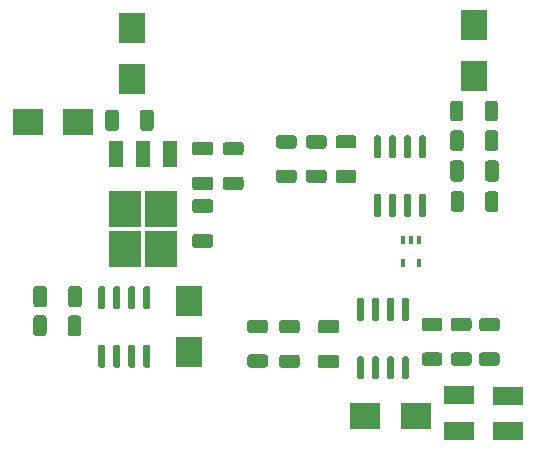
<source format=gbr>
G04 #@! TF.GenerationSoftware,KiCad,Pcbnew,(5.1.8)-1*
G04 #@! TF.CreationDate,2021-04-25T20:11:44+02:00*
G04 #@! TF.ProjectId,FSG_Reference,4653475f-5265-4666-9572-656e63652e6b,rev?*
G04 #@! TF.SameCoordinates,Original*
G04 #@! TF.FileFunction,Paste,Top*
G04 #@! TF.FilePolarity,Positive*
%FSLAX46Y46*%
G04 Gerber Fmt 4.6, Leading zero omitted, Abs format (unit mm)*
G04 Created by KiCad (PCBNEW (5.1.8)-1) date 2021-04-25 20:11:44*
%MOMM*%
%LPD*%
G01*
G04 APERTURE LIST*
%ADD10R,0.400000X0.650000*%
%ADD11R,2.600000X1.500000*%
%ADD12R,2.750000X3.050000*%
%ADD13R,1.200000X2.200000*%
%ADD14R,2.500000X2.300000*%
%ADD15R,2.300000X2.500000*%
G04 APERTURE END LIST*
D10*
X98465400Y-161605000D03*
X97165400Y-161605000D03*
X97815400Y-159705000D03*
X97165400Y-159705000D03*
X98465400Y-159705000D03*
D11*
X106045000Y-175895000D03*
X106045000Y-172895000D03*
X101854000Y-175847000D03*
X101854000Y-172847000D03*
D12*
X73607200Y-157076400D03*
X76657200Y-160426400D03*
X76657200Y-157076400D03*
X73607200Y-160426400D03*
D13*
X72852200Y-152451400D03*
X75132200Y-152451400D03*
X77412200Y-152451400D03*
G36*
G01*
X91678599Y-153742500D02*
X92928601Y-153742500D01*
G75*
G02*
X93178600Y-153992499I0J-249999D01*
G01*
X93178600Y-154617501D01*
G75*
G02*
X92928601Y-154867500I-249999J0D01*
G01*
X91678599Y-154867500D01*
G75*
G02*
X91428600Y-154617501I0J249999D01*
G01*
X91428600Y-153992499D01*
G75*
G02*
X91678599Y-153742500I249999J0D01*
G01*
G37*
G36*
G01*
X91678599Y-150817500D02*
X92928601Y-150817500D01*
G75*
G02*
X93178600Y-151067499I0J-249999D01*
G01*
X93178600Y-151692501D01*
G75*
G02*
X92928601Y-151942500I-249999J0D01*
G01*
X91678599Y-151942500D01*
G75*
G02*
X91428600Y-151692501I0J249999D01*
G01*
X91428600Y-151067499D01*
G75*
G02*
X91678599Y-150817500I249999J0D01*
G01*
G37*
G36*
G01*
X80812401Y-152517800D02*
X79512399Y-152517800D01*
G75*
G02*
X79262400Y-152267801I0J249999D01*
G01*
X79262400Y-151617799D01*
G75*
G02*
X79512399Y-151367800I249999J0D01*
G01*
X80812401Y-151367800D01*
G75*
G02*
X81062400Y-151617799I0J-249999D01*
G01*
X81062400Y-152267801D01*
G75*
G02*
X80812401Y-152517800I-249999J0D01*
G01*
G37*
G36*
G01*
X80812401Y-155467800D02*
X79512399Y-155467800D01*
G75*
G02*
X79262400Y-155217801I0J249999D01*
G01*
X79262400Y-154567799D01*
G75*
G02*
X79512399Y-154317800I249999J0D01*
G01*
X80812401Y-154317800D01*
G75*
G02*
X81062400Y-154567799I0J-249999D01*
G01*
X81062400Y-155217801D01*
G75*
G02*
X80812401Y-155467800I-249999J0D01*
G01*
G37*
G36*
G01*
X79512399Y-159191000D02*
X80812401Y-159191000D01*
G75*
G02*
X81062400Y-159440999I0J-249999D01*
G01*
X81062400Y-160091001D01*
G75*
G02*
X80812401Y-160341000I-249999J0D01*
G01*
X79512399Y-160341000D01*
G75*
G02*
X79262400Y-160091001I0J249999D01*
G01*
X79262400Y-159440999D01*
G75*
G02*
X79512399Y-159191000I249999J0D01*
G01*
G37*
G36*
G01*
X79512399Y-156241000D02*
X80812401Y-156241000D01*
G75*
G02*
X81062400Y-156490999I0J-249999D01*
G01*
X81062400Y-157141001D01*
G75*
G02*
X80812401Y-157391000I-249999J0D01*
G01*
X79512399Y-157391000D01*
G75*
G02*
X79262400Y-157141001I0J249999D01*
G01*
X79262400Y-156490999D01*
G75*
G02*
X79512399Y-156241000I249999J0D01*
G01*
G37*
G36*
G01*
X103819799Y-169215100D02*
X105069801Y-169215100D01*
G75*
G02*
X105319800Y-169465099I0J-249999D01*
G01*
X105319800Y-170090101D01*
G75*
G02*
X105069801Y-170340100I-249999J0D01*
G01*
X103819799Y-170340100D01*
G75*
G02*
X103569800Y-170090101I0J249999D01*
G01*
X103569800Y-169465099D01*
G75*
G02*
X103819799Y-169215100I249999J0D01*
G01*
G37*
G36*
G01*
X103819799Y-166290100D02*
X105069801Y-166290100D01*
G75*
G02*
X105319800Y-166540099I0J-249999D01*
G01*
X105319800Y-167165101D01*
G75*
G02*
X105069801Y-167415100I-249999J0D01*
G01*
X103819799Y-167415100D01*
G75*
G02*
X103569800Y-167165101I0J249999D01*
G01*
X103569800Y-166540099D01*
G75*
G02*
X103819799Y-166290100I249999J0D01*
G01*
G37*
G36*
G01*
X102285500Y-155813599D02*
X102285500Y-157063601D01*
G75*
G02*
X102035501Y-157313600I-249999J0D01*
G01*
X101410499Y-157313600D01*
G75*
G02*
X101160500Y-157063601I0J249999D01*
G01*
X101160500Y-155813599D01*
G75*
G02*
X101410499Y-155563600I249999J0D01*
G01*
X102035501Y-155563600D01*
G75*
G02*
X102285500Y-155813599I0J-249999D01*
G01*
G37*
G36*
G01*
X105210500Y-155813599D02*
X105210500Y-157063601D01*
G75*
G02*
X104960501Y-157313600I-249999J0D01*
G01*
X104335499Y-157313600D01*
G75*
G02*
X104085500Y-157063601I0J249999D01*
G01*
X104085500Y-155813599D01*
G75*
G02*
X104335499Y-155563600I249999J0D01*
G01*
X104960501Y-155563600D01*
G75*
G02*
X105210500Y-155813599I0J-249999D01*
G01*
G37*
G36*
G01*
X104060100Y-151907401D02*
X104060100Y-150657399D01*
G75*
G02*
X104310099Y-150407400I249999J0D01*
G01*
X104935101Y-150407400D01*
G75*
G02*
X105185100Y-150657399I0J-249999D01*
G01*
X105185100Y-151907401D01*
G75*
G02*
X104935101Y-152157400I-249999J0D01*
G01*
X104310099Y-152157400D01*
G75*
G02*
X104060100Y-151907401I0J249999D01*
G01*
G37*
G36*
G01*
X101135100Y-151907401D02*
X101135100Y-150657399D01*
G75*
G02*
X101385099Y-150407400I249999J0D01*
G01*
X102010101Y-150407400D01*
G75*
G02*
X102260100Y-150657399I0J-249999D01*
G01*
X102260100Y-151907401D01*
G75*
G02*
X102010101Y-152157400I-249999J0D01*
G01*
X101385099Y-152157400D01*
G75*
G02*
X101135100Y-151907401I0J249999D01*
G01*
G37*
G36*
G01*
X102238700Y-148142799D02*
X102238700Y-149392801D01*
G75*
G02*
X101988701Y-149642800I-249999J0D01*
G01*
X101363699Y-149642800D01*
G75*
G02*
X101113700Y-149392801I0J249999D01*
G01*
X101113700Y-148142799D01*
G75*
G02*
X101363699Y-147892800I249999J0D01*
G01*
X101988701Y-147892800D01*
G75*
G02*
X102238700Y-148142799I0J-249999D01*
G01*
G37*
G36*
G01*
X105163700Y-148142799D02*
X105163700Y-149392801D01*
G75*
G02*
X104913701Y-149642800I-249999J0D01*
G01*
X104288699Y-149642800D01*
G75*
G02*
X104038700Y-149392801I0J249999D01*
G01*
X104038700Y-148142799D01*
G75*
G02*
X104288699Y-147892800I249999J0D01*
G01*
X104913701Y-147892800D01*
G75*
G02*
X105163700Y-148142799I0J-249999D01*
G01*
G37*
G36*
G01*
X68754100Y-167579201D02*
X68754100Y-166329199D01*
G75*
G02*
X69004099Y-166079200I249999J0D01*
G01*
X69629101Y-166079200D01*
G75*
G02*
X69879100Y-166329199I0J-249999D01*
G01*
X69879100Y-167579201D01*
G75*
G02*
X69629101Y-167829200I-249999J0D01*
G01*
X69004099Y-167829200D01*
G75*
G02*
X68754100Y-167579201I0J249999D01*
G01*
G37*
G36*
G01*
X65829100Y-167579201D02*
X65829100Y-166329199D01*
G75*
G02*
X66079099Y-166079200I249999J0D01*
G01*
X66704101Y-166079200D01*
G75*
G02*
X66954100Y-166329199I0J-249999D01*
G01*
X66954100Y-167579201D01*
G75*
G02*
X66704101Y-167829200I-249999J0D01*
G01*
X66079099Y-167829200D01*
G75*
G02*
X65829100Y-167579201I0J249999D01*
G01*
G37*
G36*
G01*
X86903399Y-169392900D02*
X88153401Y-169392900D01*
G75*
G02*
X88403400Y-169642899I0J-249999D01*
G01*
X88403400Y-170267901D01*
G75*
G02*
X88153401Y-170517900I-249999J0D01*
G01*
X86903399Y-170517900D01*
G75*
G02*
X86653400Y-170267901I0J249999D01*
G01*
X86653400Y-169642899D01*
G75*
G02*
X86903399Y-169392900I249999J0D01*
G01*
G37*
G36*
G01*
X86903399Y-166467900D02*
X88153401Y-166467900D01*
G75*
G02*
X88403400Y-166717899I0J-249999D01*
G01*
X88403400Y-167342901D01*
G75*
G02*
X88153401Y-167592900I-249999J0D01*
G01*
X86903399Y-167592900D01*
G75*
G02*
X86653400Y-167342901I0J249999D01*
G01*
X86653400Y-166717899D01*
G75*
G02*
X86903399Y-166467900I249999J0D01*
G01*
G37*
G36*
G01*
X85448301Y-167576300D02*
X84198299Y-167576300D01*
G75*
G02*
X83948300Y-167326301I0J249999D01*
G01*
X83948300Y-166701299D01*
G75*
G02*
X84198299Y-166451300I249999J0D01*
G01*
X85448301Y-166451300D01*
G75*
G02*
X85698300Y-166701299I0J-249999D01*
G01*
X85698300Y-167326301D01*
G75*
G02*
X85448301Y-167576300I-249999J0D01*
G01*
G37*
G36*
G01*
X85448301Y-170501300D02*
X84198299Y-170501300D01*
G75*
G02*
X83948300Y-170251301I0J249999D01*
G01*
X83948300Y-169626299D01*
G75*
G02*
X84198299Y-169376300I249999J0D01*
G01*
X85448301Y-169376300D01*
G75*
G02*
X85698300Y-169626299I0J-249999D01*
G01*
X85698300Y-170251301D01*
G75*
G02*
X85448301Y-170501300I-249999J0D01*
G01*
G37*
G36*
G01*
X90414001Y-151946500D02*
X89163999Y-151946500D01*
G75*
G02*
X88914000Y-151696501I0J249999D01*
G01*
X88914000Y-151071499D01*
G75*
G02*
X89163999Y-150821500I249999J0D01*
G01*
X90414001Y-150821500D01*
G75*
G02*
X90664000Y-151071499I0J-249999D01*
G01*
X90664000Y-151696501D01*
G75*
G02*
X90414001Y-151946500I-249999J0D01*
G01*
G37*
G36*
G01*
X90414001Y-154871500D02*
X89163999Y-154871500D01*
G75*
G02*
X88914000Y-154621501I0J249999D01*
G01*
X88914000Y-153996499D01*
G75*
G02*
X89163999Y-153746500I249999J0D01*
G01*
X90414001Y-153746500D01*
G75*
G02*
X90664000Y-153996499I0J-249999D01*
G01*
X90664000Y-154621501D01*
G75*
G02*
X90414001Y-154871500I-249999J0D01*
G01*
G37*
G36*
G01*
X87874001Y-151946500D02*
X86623999Y-151946500D01*
G75*
G02*
X86374000Y-151696501I0J249999D01*
G01*
X86374000Y-151071499D01*
G75*
G02*
X86623999Y-150821500I249999J0D01*
G01*
X87874001Y-150821500D01*
G75*
G02*
X88124000Y-151071499I0J-249999D01*
G01*
X88124000Y-151696501D01*
G75*
G02*
X87874001Y-151946500I-249999J0D01*
G01*
G37*
G36*
G01*
X87874001Y-154871500D02*
X86623999Y-154871500D01*
G75*
G02*
X86374000Y-154621501I0J249999D01*
G01*
X86374000Y-153996499D01*
G75*
G02*
X86623999Y-153746500I249999J0D01*
G01*
X87874001Y-153746500D01*
G75*
G02*
X88124000Y-153996499I0J-249999D01*
G01*
X88124000Y-154621501D01*
G75*
G02*
X87874001Y-154871500I-249999J0D01*
G01*
G37*
G36*
G01*
X74863000Y-150205201D02*
X74863000Y-148905199D01*
G75*
G02*
X75112999Y-148655200I249999J0D01*
G01*
X75763001Y-148655200D01*
G75*
G02*
X76013000Y-148905199I0J-249999D01*
G01*
X76013000Y-150205201D01*
G75*
G02*
X75763001Y-150455200I-249999J0D01*
G01*
X75112999Y-150455200D01*
G75*
G02*
X74863000Y-150205201I0J249999D01*
G01*
G37*
G36*
G01*
X71913000Y-150205201D02*
X71913000Y-148905199D01*
G75*
G02*
X72162999Y-148655200I249999J0D01*
G01*
X72813001Y-148655200D01*
G75*
G02*
X73063000Y-148905199I0J-249999D01*
G01*
X73063000Y-150205201D01*
G75*
G02*
X72813001Y-150455200I-249999J0D01*
G01*
X72162999Y-150455200D01*
G75*
G02*
X71913000Y-150205201I0J249999D01*
G01*
G37*
G36*
G01*
X104073000Y-154497801D02*
X104073000Y-153197799D01*
G75*
G02*
X104322999Y-152947800I249999J0D01*
G01*
X104973001Y-152947800D01*
G75*
G02*
X105223000Y-153197799I0J-249999D01*
G01*
X105223000Y-154497801D01*
G75*
G02*
X104973001Y-154747800I-249999J0D01*
G01*
X104322999Y-154747800D01*
G75*
G02*
X104073000Y-154497801I0J249999D01*
G01*
G37*
G36*
G01*
X101123000Y-154497801D02*
X101123000Y-153197799D01*
G75*
G02*
X101372999Y-152947800I249999J0D01*
G01*
X102023001Y-152947800D01*
G75*
G02*
X102273000Y-153197799I0J-249999D01*
G01*
X102273000Y-154497801D01*
G75*
G02*
X102023001Y-154747800I-249999J0D01*
G01*
X101372999Y-154747800D01*
G75*
G02*
X101123000Y-154497801I0J249999D01*
G01*
G37*
G36*
G01*
X66992400Y-163840399D02*
X66992400Y-165140401D01*
G75*
G02*
X66742401Y-165390400I-249999J0D01*
G01*
X66092399Y-165390400D01*
G75*
G02*
X65842400Y-165140401I0J249999D01*
G01*
X65842400Y-163840399D01*
G75*
G02*
X66092399Y-163590400I249999J0D01*
G01*
X66742401Y-163590400D01*
G75*
G02*
X66992400Y-163840399I0J-249999D01*
G01*
G37*
G36*
G01*
X69942400Y-163840399D02*
X69942400Y-165140401D01*
G75*
G02*
X69692401Y-165390400I-249999J0D01*
G01*
X69042399Y-165390400D01*
G75*
G02*
X68792400Y-165140401I0J249999D01*
G01*
X68792400Y-163840399D01*
G75*
G02*
X69042399Y-163590400I249999J0D01*
G01*
X69692401Y-163590400D01*
G75*
G02*
X69942400Y-163840399I0J-249999D01*
G01*
G37*
G36*
G01*
X90180399Y-169401800D02*
X91480401Y-169401800D01*
G75*
G02*
X91730400Y-169651799I0J-249999D01*
G01*
X91730400Y-170301801D01*
G75*
G02*
X91480401Y-170551800I-249999J0D01*
G01*
X90180399Y-170551800D01*
G75*
G02*
X89930400Y-170301801I0J249999D01*
G01*
X89930400Y-169651799D01*
G75*
G02*
X90180399Y-169401800I249999J0D01*
G01*
G37*
G36*
G01*
X90180399Y-166451800D02*
X91480401Y-166451800D01*
G75*
G02*
X91730400Y-166701799I0J-249999D01*
G01*
X91730400Y-167351801D01*
G75*
G02*
X91480401Y-167601800I-249999J0D01*
G01*
X90180399Y-167601800D01*
G75*
G02*
X89930400Y-167351801I0J249999D01*
G01*
X89930400Y-166701799D01*
G75*
G02*
X90180399Y-166451800I249999J0D01*
G01*
G37*
G36*
G01*
X98630600Y-155779600D02*
X98930600Y-155779600D01*
G75*
G02*
X99080600Y-155929600I0J-150000D01*
G01*
X99080600Y-157579600D01*
G75*
G02*
X98930600Y-157729600I-150000J0D01*
G01*
X98630600Y-157729600D01*
G75*
G02*
X98480600Y-157579600I0J150000D01*
G01*
X98480600Y-155929600D01*
G75*
G02*
X98630600Y-155779600I150000J0D01*
G01*
G37*
G36*
G01*
X97360600Y-155779600D02*
X97660600Y-155779600D01*
G75*
G02*
X97810600Y-155929600I0J-150000D01*
G01*
X97810600Y-157579600D01*
G75*
G02*
X97660600Y-157729600I-150000J0D01*
G01*
X97360600Y-157729600D01*
G75*
G02*
X97210600Y-157579600I0J150000D01*
G01*
X97210600Y-155929600D01*
G75*
G02*
X97360600Y-155779600I150000J0D01*
G01*
G37*
G36*
G01*
X96090600Y-155779600D02*
X96390600Y-155779600D01*
G75*
G02*
X96540600Y-155929600I0J-150000D01*
G01*
X96540600Y-157579600D01*
G75*
G02*
X96390600Y-157729600I-150000J0D01*
G01*
X96090600Y-157729600D01*
G75*
G02*
X95940600Y-157579600I0J150000D01*
G01*
X95940600Y-155929600D01*
G75*
G02*
X96090600Y-155779600I150000J0D01*
G01*
G37*
G36*
G01*
X94820600Y-155779600D02*
X95120600Y-155779600D01*
G75*
G02*
X95270600Y-155929600I0J-150000D01*
G01*
X95270600Y-157579600D01*
G75*
G02*
X95120600Y-157729600I-150000J0D01*
G01*
X94820600Y-157729600D01*
G75*
G02*
X94670600Y-157579600I0J150000D01*
G01*
X94670600Y-155929600D01*
G75*
G02*
X94820600Y-155779600I150000J0D01*
G01*
G37*
G36*
G01*
X94820600Y-150829600D02*
X95120600Y-150829600D01*
G75*
G02*
X95270600Y-150979600I0J-150000D01*
G01*
X95270600Y-152629600D01*
G75*
G02*
X95120600Y-152779600I-150000J0D01*
G01*
X94820600Y-152779600D01*
G75*
G02*
X94670600Y-152629600I0J150000D01*
G01*
X94670600Y-150979600D01*
G75*
G02*
X94820600Y-150829600I150000J0D01*
G01*
G37*
G36*
G01*
X96090600Y-150829600D02*
X96390600Y-150829600D01*
G75*
G02*
X96540600Y-150979600I0J-150000D01*
G01*
X96540600Y-152629600D01*
G75*
G02*
X96390600Y-152779600I-150000J0D01*
G01*
X96090600Y-152779600D01*
G75*
G02*
X95940600Y-152629600I0J150000D01*
G01*
X95940600Y-150979600D01*
G75*
G02*
X96090600Y-150829600I150000J0D01*
G01*
G37*
G36*
G01*
X97360600Y-150829600D02*
X97660600Y-150829600D01*
G75*
G02*
X97810600Y-150979600I0J-150000D01*
G01*
X97810600Y-152629600D01*
G75*
G02*
X97660600Y-152779600I-150000J0D01*
G01*
X97360600Y-152779600D01*
G75*
G02*
X97210600Y-152629600I0J150000D01*
G01*
X97210600Y-150979600D01*
G75*
G02*
X97360600Y-150829600I150000J0D01*
G01*
G37*
G36*
G01*
X98630600Y-150829600D02*
X98930600Y-150829600D01*
G75*
G02*
X99080600Y-150979600I0J-150000D01*
G01*
X99080600Y-152629600D01*
G75*
G02*
X98930600Y-152779600I-150000J0D01*
G01*
X98630600Y-152779600D01*
G75*
G02*
X98480600Y-152629600I0J150000D01*
G01*
X98480600Y-150979600D01*
G75*
G02*
X98630600Y-150829600I150000J0D01*
G01*
G37*
G36*
G01*
X71778000Y-165567000D02*
X71478000Y-165567000D01*
G75*
G02*
X71328000Y-165417000I0J150000D01*
G01*
X71328000Y-163767000D01*
G75*
G02*
X71478000Y-163617000I150000J0D01*
G01*
X71778000Y-163617000D01*
G75*
G02*
X71928000Y-163767000I0J-150000D01*
G01*
X71928000Y-165417000D01*
G75*
G02*
X71778000Y-165567000I-150000J0D01*
G01*
G37*
G36*
G01*
X73048000Y-165567000D02*
X72748000Y-165567000D01*
G75*
G02*
X72598000Y-165417000I0J150000D01*
G01*
X72598000Y-163767000D01*
G75*
G02*
X72748000Y-163617000I150000J0D01*
G01*
X73048000Y-163617000D01*
G75*
G02*
X73198000Y-163767000I0J-150000D01*
G01*
X73198000Y-165417000D01*
G75*
G02*
X73048000Y-165567000I-150000J0D01*
G01*
G37*
G36*
G01*
X74318000Y-165567000D02*
X74018000Y-165567000D01*
G75*
G02*
X73868000Y-165417000I0J150000D01*
G01*
X73868000Y-163767000D01*
G75*
G02*
X74018000Y-163617000I150000J0D01*
G01*
X74318000Y-163617000D01*
G75*
G02*
X74468000Y-163767000I0J-150000D01*
G01*
X74468000Y-165417000D01*
G75*
G02*
X74318000Y-165567000I-150000J0D01*
G01*
G37*
G36*
G01*
X75588000Y-165567000D02*
X75288000Y-165567000D01*
G75*
G02*
X75138000Y-165417000I0J150000D01*
G01*
X75138000Y-163767000D01*
G75*
G02*
X75288000Y-163617000I150000J0D01*
G01*
X75588000Y-163617000D01*
G75*
G02*
X75738000Y-163767000I0J-150000D01*
G01*
X75738000Y-165417000D01*
G75*
G02*
X75588000Y-165567000I-150000J0D01*
G01*
G37*
G36*
G01*
X75588000Y-170517000D02*
X75288000Y-170517000D01*
G75*
G02*
X75138000Y-170367000I0J150000D01*
G01*
X75138000Y-168717000D01*
G75*
G02*
X75288000Y-168567000I150000J0D01*
G01*
X75588000Y-168567000D01*
G75*
G02*
X75738000Y-168717000I0J-150000D01*
G01*
X75738000Y-170367000D01*
G75*
G02*
X75588000Y-170517000I-150000J0D01*
G01*
G37*
G36*
G01*
X74318000Y-170517000D02*
X74018000Y-170517000D01*
G75*
G02*
X73868000Y-170367000I0J150000D01*
G01*
X73868000Y-168717000D01*
G75*
G02*
X74018000Y-168567000I150000J0D01*
G01*
X74318000Y-168567000D01*
G75*
G02*
X74468000Y-168717000I0J-150000D01*
G01*
X74468000Y-170367000D01*
G75*
G02*
X74318000Y-170517000I-150000J0D01*
G01*
G37*
G36*
G01*
X73048000Y-170517000D02*
X72748000Y-170517000D01*
G75*
G02*
X72598000Y-170367000I0J150000D01*
G01*
X72598000Y-168717000D01*
G75*
G02*
X72748000Y-168567000I150000J0D01*
G01*
X73048000Y-168567000D01*
G75*
G02*
X73198000Y-168717000I0J-150000D01*
G01*
X73198000Y-170367000D01*
G75*
G02*
X73048000Y-170517000I-150000J0D01*
G01*
G37*
G36*
G01*
X71778000Y-170517000D02*
X71478000Y-170517000D01*
G75*
G02*
X71328000Y-170367000I0J150000D01*
G01*
X71328000Y-168717000D01*
G75*
G02*
X71478000Y-168567000I150000J0D01*
G01*
X71778000Y-168567000D01*
G75*
G02*
X71928000Y-168717000I0J-150000D01*
G01*
X71928000Y-170367000D01*
G75*
G02*
X71778000Y-170517000I-150000J0D01*
G01*
G37*
G36*
G01*
X93672800Y-166546400D02*
X93372800Y-166546400D01*
G75*
G02*
X93222800Y-166396400I0J150000D01*
G01*
X93222800Y-164746400D01*
G75*
G02*
X93372800Y-164596400I150000J0D01*
G01*
X93672800Y-164596400D01*
G75*
G02*
X93822800Y-164746400I0J-150000D01*
G01*
X93822800Y-166396400D01*
G75*
G02*
X93672800Y-166546400I-150000J0D01*
G01*
G37*
G36*
G01*
X94942800Y-166546400D02*
X94642800Y-166546400D01*
G75*
G02*
X94492800Y-166396400I0J150000D01*
G01*
X94492800Y-164746400D01*
G75*
G02*
X94642800Y-164596400I150000J0D01*
G01*
X94942800Y-164596400D01*
G75*
G02*
X95092800Y-164746400I0J-150000D01*
G01*
X95092800Y-166396400D01*
G75*
G02*
X94942800Y-166546400I-150000J0D01*
G01*
G37*
G36*
G01*
X96212800Y-166546400D02*
X95912800Y-166546400D01*
G75*
G02*
X95762800Y-166396400I0J150000D01*
G01*
X95762800Y-164746400D01*
G75*
G02*
X95912800Y-164596400I150000J0D01*
G01*
X96212800Y-164596400D01*
G75*
G02*
X96362800Y-164746400I0J-150000D01*
G01*
X96362800Y-166396400D01*
G75*
G02*
X96212800Y-166546400I-150000J0D01*
G01*
G37*
G36*
G01*
X97482800Y-166546400D02*
X97182800Y-166546400D01*
G75*
G02*
X97032800Y-166396400I0J150000D01*
G01*
X97032800Y-164746400D01*
G75*
G02*
X97182800Y-164596400I150000J0D01*
G01*
X97482800Y-164596400D01*
G75*
G02*
X97632800Y-164746400I0J-150000D01*
G01*
X97632800Y-166396400D01*
G75*
G02*
X97482800Y-166546400I-150000J0D01*
G01*
G37*
G36*
G01*
X97482800Y-171496400D02*
X97182800Y-171496400D01*
G75*
G02*
X97032800Y-171346400I0J150000D01*
G01*
X97032800Y-169696400D01*
G75*
G02*
X97182800Y-169546400I150000J0D01*
G01*
X97482800Y-169546400D01*
G75*
G02*
X97632800Y-169696400I0J-150000D01*
G01*
X97632800Y-171346400D01*
G75*
G02*
X97482800Y-171496400I-150000J0D01*
G01*
G37*
G36*
G01*
X96212800Y-171496400D02*
X95912800Y-171496400D01*
G75*
G02*
X95762800Y-171346400I0J150000D01*
G01*
X95762800Y-169696400D01*
G75*
G02*
X95912800Y-169546400I150000J0D01*
G01*
X96212800Y-169546400D01*
G75*
G02*
X96362800Y-169696400I0J-150000D01*
G01*
X96362800Y-171346400D01*
G75*
G02*
X96212800Y-171496400I-150000J0D01*
G01*
G37*
G36*
G01*
X94942800Y-171496400D02*
X94642800Y-171496400D01*
G75*
G02*
X94492800Y-171346400I0J150000D01*
G01*
X94492800Y-169696400D01*
G75*
G02*
X94642800Y-169546400I150000J0D01*
G01*
X94942800Y-169546400D01*
G75*
G02*
X95092800Y-169696400I0J-150000D01*
G01*
X95092800Y-171346400D01*
G75*
G02*
X94942800Y-171496400I-150000J0D01*
G01*
G37*
G36*
G01*
X93672800Y-171496400D02*
X93372800Y-171496400D01*
G75*
G02*
X93222800Y-171346400I0J150000D01*
G01*
X93222800Y-169696400D01*
G75*
G02*
X93372800Y-169546400I150000J0D01*
G01*
X93672800Y-169546400D01*
G75*
G02*
X93822800Y-169696400I0J-150000D01*
G01*
X93822800Y-171346400D01*
G75*
G02*
X93672800Y-171496400I-150000J0D01*
G01*
G37*
G36*
G01*
X101432199Y-169211100D02*
X102682201Y-169211100D01*
G75*
G02*
X102932200Y-169461099I0J-249999D01*
G01*
X102932200Y-170086101D01*
G75*
G02*
X102682201Y-170336100I-249999J0D01*
G01*
X101432199Y-170336100D01*
G75*
G02*
X101182200Y-170086101I0J249999D01*
G01*
X101182200Y-169461099D01*
G75*
G02*
X101432199Y-169211100I249999J0D01*
G01*
G37*
G36*
G01*
X101432199Y-166286100D02*
X102682201Y-166286100D01*
G75*
G02*
X102932200Y-166536099I0J-249999D01*
G01*
X102932200Y-167161101D01*
G75*
G02*
X102682201Y-167411100I-249999J0D01*
G01*
X101432199Y-167411100D01*
G75*
G02*
X101182200Y-167161101I0J249999D01*
G01*
X101182200Y-166536099D01*
G75*
G02*
X101432199Y-166286100I249999J0D01*
G01*
G37*
G36*
G01*
X98968399Y-169215100D02*
X100218401Y-169215100D01*
G75*
G02*
X100468400Y-169465099I0J-249999D01*
G01*
X100468400Y-170090101D01*
G75*
G02*
X100218401Y-170340100I-249999J0D01*
G01*
X98968399Y-170340100D01*
G75*
G02*
X98718400Y-170090101I0J249999D01*
G01*
X98718400Y-169465099D01*
G75*
G02*
X98968399Y-169215100I249999J0D01*
G01*
G37*
G36*
G01*
X98968399Y-166290100D02*
X100218401Y-166290100D01*
G75*
G02*
X100468400Y-166540099I0J-249999D01*
G01*
X100468400Y-167165101D01*
G75*
G02*
X100218401Y-167415100I-249999J0D01*
G01*
X98968399Y-167415100D01*
G75*
G02*
X98718400Y-167165101I0J249999D01*
G01*
X98718400Y-166540099D01*
G75*
G02*
X98968399Y-166290100I249999J0D01*
G01*
G37*
D14*
X65341500Y-149669500D03*
X69641500Y-149669500D03*
D15*
X74168000Y-141732000D03*
X74168000Y-146032000D03*
X103124000Y-141503400D03*
X103124000Y-145803400D03*
D14*
X98229200Y-174574200D03*
X93929200Y-174574200D03*
G36*
G01*
X82128199Y-154326700D02*
X83378201Y-154326700D01*
G75*
G02*
X83628200Y-154576699I0J-249999D01*
G01*
X83628200Y-155201701D01*
G75*
G02*
X83378201Y-155451700I-249999J0D01*
G01*
X82128199Y-155451700D01*
G75*
G02*
X81878200Y-155201701I0J249999D01*
G01*
X81878200Y-154576699D01*
G75*
G02*
X82128199Y-154326700I249999J0D01*
G01*
G37*
G36*
G01*
X82128199Y-151401700D02*
X83378201Y-151401700D01*
G75*
G02*
X83628200Y-151651699I0J-249999D01*
G01*
X83628200Y-152276701D01*
G75*
G02*
X83378201Y-152526700I-249999J0D01*
G01*
X82128199Y-152526700D01*
G75*
G02*
X81878200Y-152276701I0J249999D01*
G01*
X81878200Y-151651699D01*
G75*
G02*
X82128199Y-151401700I249999J0D01*
G01*
G37*
D15*
X78994000Y-169146000D03*
X78994000Y-164846000D03*
M02*

</source>
